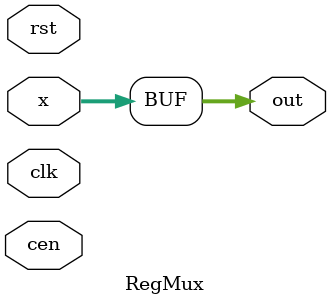
<source format=v>
module RegMux (x , out  , clk , rst , cen );
parameter  WIDTH_INPUT = 18 ;
parameter RSTTYPE = "SYNC" ;
parameter SELECT = 0 ;
input [WIDTH_INPUT-1 : 0 ] x ;
input rst , clk , cen ;
output reg  [WIDTH_INPUT-1 : 0] out ;
reg [WIDTH_INPUT-1 : 0] x_reg ;
generate
    if (RSTTYPE == "SYNC") begin 
         always @(posedge clk ) begin
             if ( rst )begin 
                 x_reg <= 0 ;
             end 
             else if (cen) begin 
                 x_reg <= x ;
             end  
             end
             end 
    else  begin 
         always @(posedge clk , posedge rst ) begin
             if ( rst )begin 
                 out <= 0 ;
             end 
             else if (cen) begin 
                 x_reg <= x ;
             end  
             end
             end  
endgenerate
always @(*) begin
     if (SELECT) begin 
           out = x_reg ;
     end 
     else begin 
           out = x ;
     end 
end
endmodule
</source>
